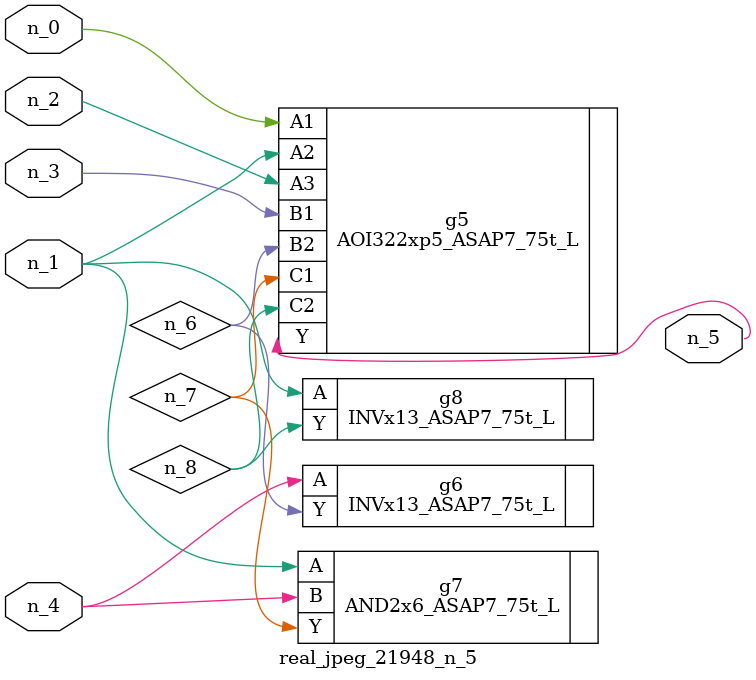
<source format=v>
module real_jpeg_21948_n_5 (n_4, n_0, n_1, n_2, n_3, n_5);

input n_4;
input n_0;
input n_1;
input n_2;
input n_3;

output n_5;

wire n_8;
wire n_6;
wire n_7;

AOI322xp5_ASAP7_75t_L g5 ( 
.A1(n_0),
.A2(n_1),
.A3(n_2),
.B1(n_3),
.B2(n_6),
.C1(n_7),
.C2(n_8),
.Y(n_5)
);

AND2x6_ASAP7_75t_L g7 ( 
.A(n_1),
.B(n_4),
.Y(n_7)
);

INVx13_ASAP7_75t_L g8 ( 
.A(n_1),
.Y(n_8)
);

INVx13_ASAP7_75t_L g6 ( 
.A(n_4),
.Y(n_6)
);


endmodule
</source>
